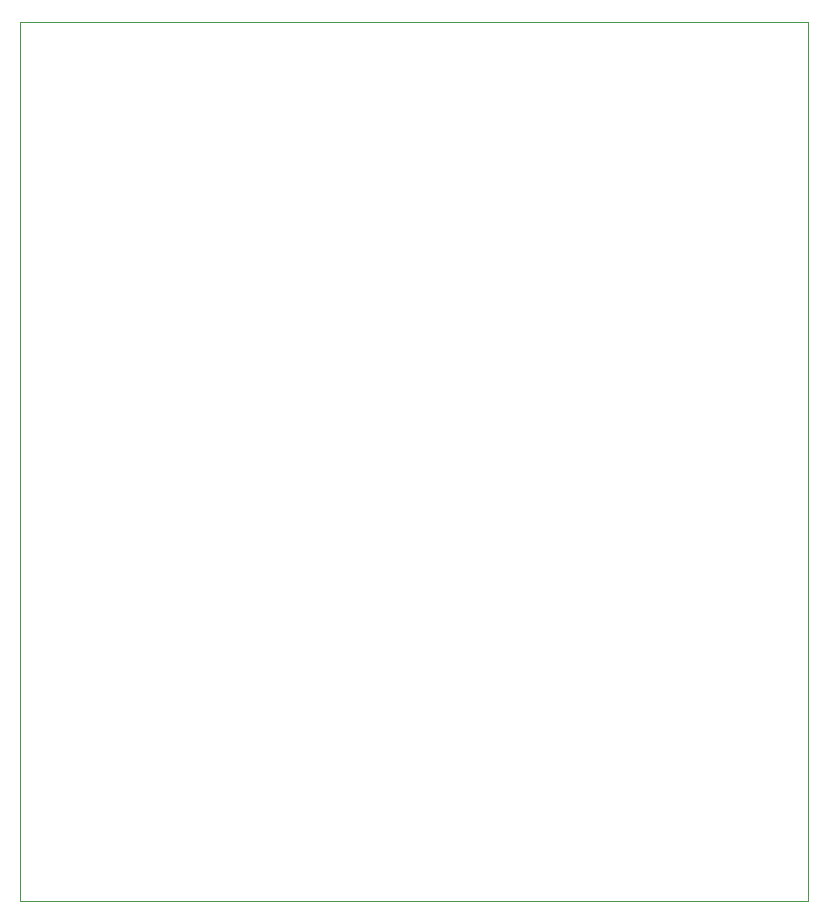
<source format=gbr>
%TF.GenerationSoftware,KiCad,Pcbnew,9.0.4*%
%TF.CreationDate,2025-10-16T14:13:28-04:00*%
%TF.ProjectId,Alpha_Breakout,416c7068-615f-4427-9265-616b6f75742e,rev?*%
%TF.SameCoordinates,Original*%
%TF.FileFunction,Profile,NP*%
%FSLAX46Y46*%
G04 Gerber Fmt 4.6, Leading zero omitted, Abs format (unit mm)*
G04 Created by KiCad (PCBNEW 9.0.4) date 2025-10-16 14:13:28*
%MOMM*%
%LPD*%
G01*
G04 APERTURE LIST*
%TA.AperFunction,Profile*%
%ADD10C,0.050000*%
%TD*%
G04 APERTURE END LIST*
D10*
X115087500Y-62310001D02*
X181787500Y-62310001D01*
X181787500Y-136710001D01*
X115087500Y-136710001D01*
X115087500Y-62310001D01*
M02*

</source>
